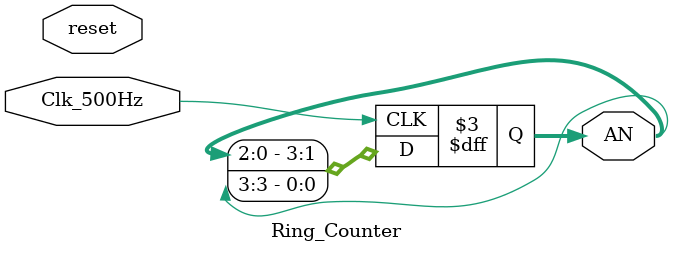
<source format=v>
`timescale 1ns / 1ps
module calculator(Clk, overflow, SSD, AN, reset, data_in, add, result);
    input [3:0] data_in;
    input Clk, reset, add;
    output reg [6:0] SSD;
	 output reg [3:0] result;
    output [3:0] AN;
    output overflow;
    reg is_end = 0;
    wire Clk_500Hz, Clk_1Hz;
    wire [6:0] SSD1, SSD0, SSD2, SSD3;
    wire [6:0] SSD5, SSD6, SSD7, SSD4;
    wire [3:0] S0, S1, S2, S3;
    wire [3:0] sum;
    wire [6:0] zero = 7'b0000001;
    wire [6:0] neg = 7'b1111110;

    Show_ID SH (Clk_1Hz, reset, S0, S1, S2, S3);
    calc CA (Clk_500Hz, reset, data_in, sum, overflow, add);
    Clock_Divider Div1 (Clk_1Hz, Clk, reset);
    Clock_Divider_500Hz Div2 (Clk_500Hz, Clk, reset);
    Ring_Counter RC (AN, Clk_500Hz, reset);
    SSD_Driver SD0 (SSD0, S0);
    SSD_Driver SD1 (SSD1, S1);
    SSD_Driver SD2 (SSD2, S2);
    SSD_Driver SD3 (SSD3, S3);
    SSD_Driver_neg SD4 (SSD4, sum[3:0]);
    SSD_Driver SD5 (SSD5, sum[3:0]);
    

    always @ (AN, reset) begin
     if (reset==1) begin
        is_end = 1;
    end
    if (AN[0]==0) begin
        if (is_end==0)begin
		  result<=S0;
            SSD<=SSD3;
			end
        else
            SSD<=SSD5;
    end
    else if (AN[1]==0) begin
        if (is_end==0)
            SSD<=SSD2;
        else
            SSD <= SSD4;
    end
    else if (AN[2]==0) begin
        if (is_end==0)
            SSD<=SSD1;
        else
            SSD <= zero;
    end
    else begin
        if (is_end==0)
            SSD<=SSD0;
        else
            SSD <= zero;
    end
  end
endmodule

module calc(Clk_50Hz, reset, data_in, sum, overflow, add);
    input [3:0] data_in;
	 input add;
	 reg status=0;
    input Clk_50Hz, reset;
    output [3:0] sum;
    output overflow;
	 reg overflow = 0;
	 reg [3:0] sum =0;
	 reg [3:0]tmp = 0;

    always @ (posedge Clk_50Hz, posedge reset) begin
        if (reset == 1)
            sum <= 0;
        else if (add==1 && status==0) begin
				tmp<=sum;
				if ((sum<8 && data_in < 8 && sum+data_in > 7)||(sum>7 && data_in >7 && (sum+data_in)%16 <8))
					overflow <= 1;
				else
					overflow <=0;
				status<=1;
            sum <= (sum+data_in)%16;
            
        end
		  else if(add==0 && status==1) begin
				status<=0;
			end
    end
	 
	 /*always @(tmp, sum) begin
	   if (tmp<8 && data_in < 8 && sum > 7)
					overflow <= 1;
				else if (tmp>7 && data_in >7 && sum <8)
					overflow <=1;
				else
					overflow <=0;

		end*/
	   

endmodule

module Show_ID(Clk_1Hz, reset, SSD0, SSD1, SSD2, SSD3);
    input Clk_1Hz, reset;
    output reg [3:0] SSD3, SSD2, SSD1, SSD0;
    wire [47:0] id = 48'h002529073515;
    reg [3:0] n = 0;
	 
	 always @ (posedge Clk_1Hz) begin
		
        if (n==5)
            n<=0;
        else
            n <= n+1;
	end

    always @ (posedge Clk_1Hz) begin
			if (n==0) begin
            SSD0<=id[3:0];
            SSD1<=id[7:4];
            SSD2<=id[11:8];
            SSD3<=id[15:12];
            end
        else if (n==1) begin
            SSD0<=id[7:4];
            SSD1<=id[11:8];
            SSD2<=id[15:12];
            SSD3<=id[19:16];
            end
				else if (n==2) begin
            SSD0<=id[11:8];
            SSD1<=id[15:12];
            SSD2<=id[19:16];
            SSD3<=id[23:20];
            end
				else if (n==3) begin
            SSD0<=id[15:12];
            SSD1<=id[19:16];
            SSD2<=id[23:20];
            SSD3<=id[27:24];
            end
				else if (n==4) begin
            SSD0<=id[19:16];
            SSD1<=id[23:20];
            SSD2<=id[27:24];
            SSD3<=id[31:28];
            end
				else if (n==5) begin
            SSD0<=id[23:20];
            SSD1<=id[27:24];
            SSD2<=id[31:28];
            SSD3<=id[35:32];
            end
				else if (n==6) begin
            SSD0<=id[27:24];
            SSD1<=id[31:28];
            SSD2<=id[35:32];
            SSD3<=id[39:36];
            end
				else if (n==7) begin
            SSD0<=id[31:28];
            SSD1<=id[35:32];
            SSD2<=id[39:36];
            SSD3<=id[3:0];
            end
				else if (n==8) begin
            SSD0<=id[35:32];
            SSD1<=id[39:36];
            SSD2<=id[3:0];
            SSD3<=id[7:4];
            end
        else if(n==9) begin
            SSD0<=id[39:36];
            SSD1<=id[3:0];
            SSD2<=id[7:4];
            SSD3<=id[11:8];
            end
    end

endmodule

module Clock_Divider(Clk_1Hz, clk, reset);
  input clk, reset;
  output Clk_1Hz;
  //wire [17:0] Count=0;
  reg Clk_1Hz=0;
  reg [17:0] Count=0;
  
  always @(posedge clk) begin
    if(Count==50000000) begin
         Count<=0;
        Clk_1Hz<=1;
     end
     else begin 
       Count<=Count+1;
       Clk_1Hz<=0;
     end
  end
endmodule

module Clock_Divider_500Hz(Clk_500Hz, clk, reset);
  input clk, reset;
  output Clk_500Hz;
  //wire [17:0] Count=0;
  reg Clk_500Hz=0;
  reg [17:0] Count=0;
  
  always @(posedge clk) begin
    if(Count==100000) begin
         Count<=0;
        Clk_500Hz<=1;
     end
     else begin 
       Count<=Count+1;
       Clk_500Hz<=0;
     end
  end

endmodule

module SSD_Driver(SSD, Q);
  input [3:0] Q;
  output [6:0] SSD;
  reg [6:0] SSD;
  
  always @(Q) begin
     if(Q==0) SSD=7'b0000001;
     else if(Q==1) SSD=7'b1001111;
     else if(Q==2) SSD=7'b0010010;
     else if(Q==3) SSD=7'b0000110;
     else if(Q==4) SSD=7'b1001100;
     else if(Q==5) SSD=7'b0100100;
     else if(Q==6) SSD=7'b0100000;
     else if(Q==7) SSD=7'b0001111;
     else if(Q==8) SSD=7'b0000000;
     else if(Q==9) SSD=7'b0001111;
     else if(Q==10) SSD=7'b0100000;
     else if(Q==11) SSD=7'b0100100;
     else if(Q==12) SSD=7'b1001100;
     else if(Q==13) SSD=7'b0000110;
     else if(Q==14) SSD=7'b0010010;
     else SSD=7'b1001111;
  end
endmodule

module SSD_Driver_neg(SSD, Q);
  input [3:0] Q;
  output [6:0] SSD;
  reg [6:0] SSD;
  
  always @(Q[3]) begin
     if(Q[3]==0) SSD=7'b0000001;
     else SSD=7'b1111110;
  end
endmodule

module Ring_Counter(AN, Clk_500Hz, reset);
  input Clk_500Hz, reset;
  output [3:0] AN;
  reg [3:0]  AN=4'b0111;

  
  always @(posedge Clk_500Hz) begin
       AN[0]<=AN[3];
        AN[1]<=AN[0];
        AN[2]<=AN[1];
        AN[3]<=AN[2];
  end
  
endmodule

</source>
